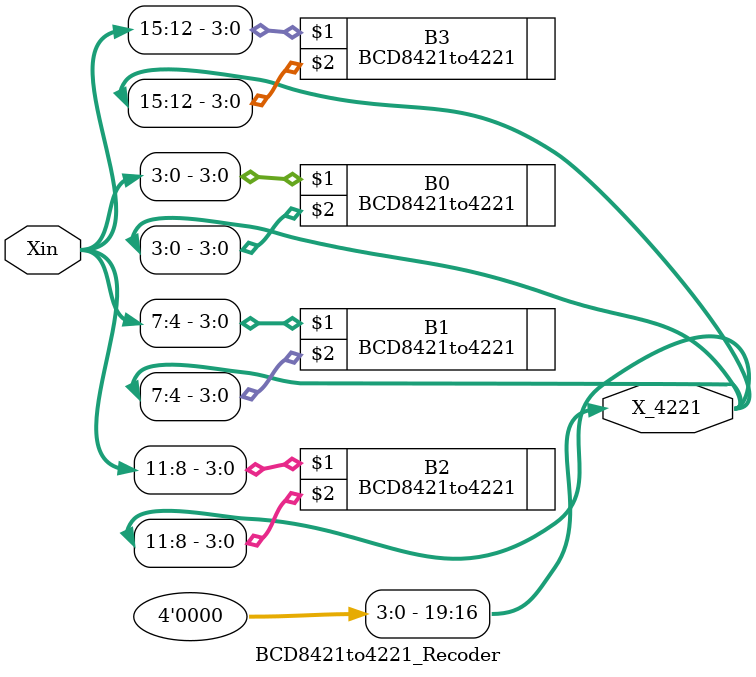
<source format=v>
`timescale 1ns / 1ps

module BCD8421to4221_Recoder(
    input [15:0] Xin,
    output [19:0] X_4221
    );
    
BCD8421to4221 B3( Xin[15:12],X_4221[15:12]);
BCD8421to4221 B2( Xin[11:8],X_4221[11:8]);
BCD8421to4221 B1( Xin[7:4],X_4221[7:4]);
BCD8421to4221 B0( Xin[3:0],X_4221[3:0]);
assign X_4221[19:16] = 4'b0000;

endmodule

</source>
